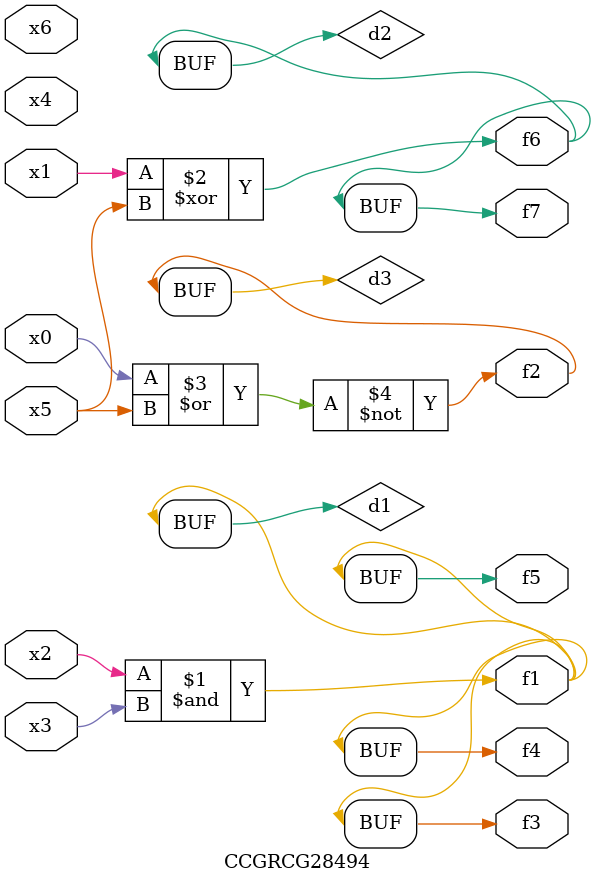
<source format=v>
module CCGRCG28494(
	input x0, x1, x2, x3, x4, x5, x6,
	output f1, f2, f3, f4, f5, f6, f7
);

	wire d1, d2, d3;

	and (d1, x2, x3);
	xor (d2, x1, x5);
	nor (d3, x0, x5);
	assign f1 = d1;
	assign f2 = d3;
	assign f3 = d1;
	assign f4 = d1;
	assign f5 = d1;
	assign f6 = d2;
	assign f7 = d2;
endmodule

</source>
